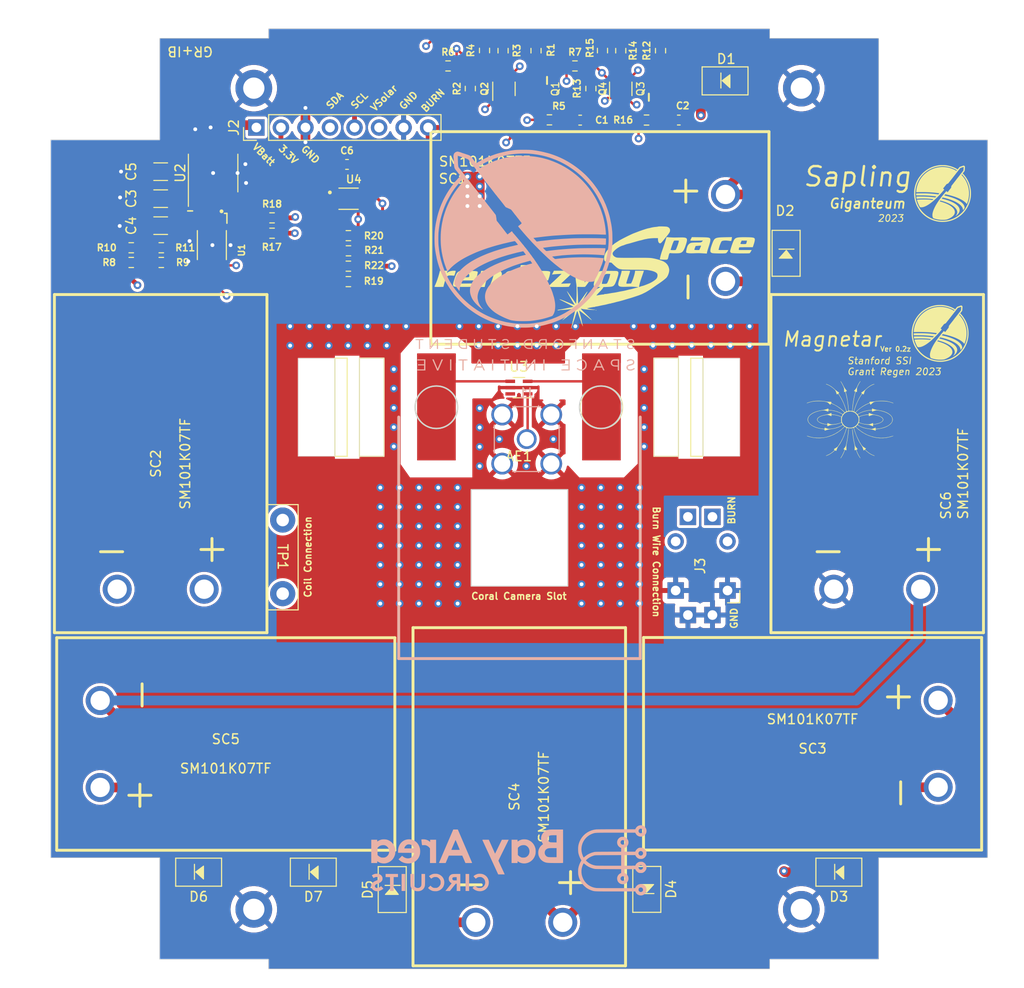
<source format=kicad_pcb>
(kicad_pcb (version 20221018) (generator pcbnew)
  (layers (0 "F.Cu" signal) (1 "In1.Cu" signal) (2 "In2.Cu" signal) (3 "In3.Cu" signal) (4 "In4.Cu" signal) (31 "B.Cu" signal) (34 "B.Paste" user) (35 "F.Paste" user) (36 "B.SilkS" user "B.Silkscreen") (37 "F.SilkS" user "F.Silkscreen") (38 "B.Mask" user) (39 "F.Mask" user) (44 "Edge.Cuts" user))
  (net 0 "")
  (net 1 "Net-(AE1-Pad1)")
  (net 2 "Net-(AE1-Pad2)")
  (net 3 "Net-(Q1B-G1)")
  (net 4 "GND")
  (net 5 "Net-(Q3A-G2)")
  (net 6 "Net-(U1-VCC)")
  (net 7 "VBATT")
  (net 8 "+3V3")
  (net 9 "VSOLAR")
  (net 10 "Net-(D1-A)")
  (net 11 "Net-(D2-A)")
  (net 12 "Net-(D3-A)")
  (net 13 "Net-(D4-A)")
  (net 14 "Net-(D5-A)")
  (net 15 "Net-(D6-A)")
  (net 16 "Net-(J1-In)")
  (net 17 "SDA")
  (net 18 "SCL")
  (net 19 "Net-(Q1A-G2)")
  (net 20 "Net-(Q1A-D1)")
  (net 21 "Net-(Q2A-B1)")
  (net 22 "SCL_ISO")
  (net 23 "Net-(Q3B-D2)")
  (net 24 "Net-(Q3A-D1)")
  (net 25 "Net-(Q4A-B1)")
  (net 26 "SDA_ISO")
  (net 27 "Net-(U1-A1)")
  (net 28 "Net-(U1-A0)")
  (net 29 "Net-(U1-OUT2)")
  (net 30 "Coil_IN")
  (net 31 "Net-(U1-OUT1)")
  (net 32 "Coil_OUT")
  (net 33 "Net-(U4-ADDR)")
  (net 37 "BURN")
  (footprint "panels:SM101K07TF" (layer "F.Cu") (at 145.542 84.83 -90)
    (fp_text reference "SC2")
    (fp_text value "SM101K07TF")
  )
  (footprint "MountingHole:MountingHole_2.2mm_M2_DIN965_Pad_TopBottom" (layer "F.Cu") (at 155.182 45.9656)
    (fp_text reference "H2" hide)
    (fp_text value "~")
  )
  (footprint "panels:DO-214AC" (layer "F.Cu") (at 210.28 63.06 -90)
    (fp_text reference "D2")
    (fp_text value "CDBA240LL" hide)
  )
  (footprint "Resistor_SMD:R_0603_1608Metric" (layer "F.Cu") (at 185.783 49.246 180)
    (fp_text reference "R5")
    (fp_text value "200K")
  )
  (footprint "panels:DO-214AC" (layer "F.Cu") (at 161.34 127.12)
    (fp_text reference "D7")
    (fp_text value "CDBA240LL")
  )
  (footprint "Resistor_SMD:R_0603_1608Metric" (layer "F.Cu") (at 142.494 64.008)
    (fp_text reference "R8")
    (fp_text value "0")
  )
  (footprint "Resistor_SMD:R_0603_1608Metric" (layer "F.Cu") (at 164.97 64.39 180)
    (fp_text reference "R22")
    (fp_text value "0")
  )
  (footprint "Resistor_SMD:R_0603_1608Metric" (layer "F.Cu") (at 184.393 42.086 90)
    (fp_text reference "R1")
    (fp_text value "100K")
  )
  (footprint "panels:DRV8830DGQ" (layer "F.Cu") (at 150.94 62.1625 -90)
    (fp_text reference "U1")
    (fp_text value "DRV8830DGQ" hide)
  )
  (footprint "Resistor_SMD:R_0603_1608Metric" (layer "F.Cu") (at 193.163 42.086 -90)
    (fp_text reference "R14")
    (fp_text value "10K")
  )
  (footprint "Resistor_SMD:R_0603_1608Metric" (layer "F.Cu") (at 175.288 43.666)
    (fp_text reference "R6")
    (fp_text value "0")
  )
  (footprint "Resistor_SMD:R_0603_1608Metric" (layer "F.Cu") (at 157.07 60.98)
    (fp_text reference "R17")
    (fp_text value "0")
  )
  (footprint "Resistor_SMD:R_0603_1608Metric" (layer "F.Cu") (at 164.98 62.8 180)
    (fp_text reference "R21")
    (fp_text value "0")
  )
  (footprint "panels:SLAB_logo" (layer "F.Cu") (at 190.246 64.262)
    (fp_text reference "REF**" hide)
    (fp_text value "SLAB_logo" hide)
  )
  (footprint "panels:Burn_Wire_Connection" (layer "F.Cu") (at 206.466 101.773 180)
    (fp_text reference "J3")
    (fp_text value "Conn_01x02")
  )
  (footprint "panels:SM101K07TF" (layer "F.Cu") (at 182.66 119.31 -90)
    (fp_text reference "SC4")
    (fp_text value "SM101K07TF")
  )
  (footprint "Resistor_SMD:R_0603_1608Metric" (layer "F.Cu") (at 190.073 46.006 90)
    (fp_text reference "R13")
    (fp_text value "680")
  )
  (footprint "panels:logo_SSI_small" (layer "F.Cu") (at 226.314 57.15)
    (fp_text reference "REF**" hide)
    (fp_text value "logo_SSI_small" hide)
  )
  (footprint "Capacitor_SMD:C_1206_3216Metric" (layer "F.Cu") (at 145.542 60.198)
    (fp_text reference "C4")
    (fp_text value "10uF")
  )
  (footprint "Resistor_SMD:R_0603_1608Metric" (layer "F.Cu") (at 145.605 64.008)
    (fp_text reference "R9")
    (fp_text value "0")
  )
  (footprint "Resistor_SMD:R_0603_1608Metric" (layer "F.Cu") (at 164.97 65.99 180)
    (fp_text reference "R19")
    (fp_text value "0")
  )
  (footprint "panels:BSS138DWQ-7" (layer "F.Cu") (at 197.273 46.036 90)
    (fp_text reference "Q3")
    (fp_text value "BSS138DWQ-7" hide)
  )
  (footprint "panels:TestPointConnection" (layer "F.Cu") (at 157.67 94.49 -90)
    (fp_text reference "TP1")
    (fp_text value "Start/End Connection" hide)
  )
  (footprint "Resistor_SMD:R_0603_1608Metric" (layer "F.Cu") (at 188.423 43.666)
    (fp_text reference "R7")
    (fp_text value "0")
  )
  (footprint "Capacitor_SMD:C_1206_3216Metric" (layer "F.Cu") (at 145.542 54.61)
    (fp_text reference "C5")
    (fp_text value "10uF")
  )
  (footprint "panels:logo_SSI_small" (layer "F.Cu") (at 226.06 71.628)
    (fp_text reference "REF**" hide)
    (fp_text value "logo_SSI_small" hide)
  )
  (footprint "Resistor_SMD:R_0603_1608Metric" (layer "F.Cu") (at 142.494 62.484)
    (fp_text reference "R10")
    (fp_text value "0")
  )
  (footprint "MountingHole:MountingHole_2.2mm_M2_DIN965_Pad_TopBottom" (layer "F.Cu") (at 211.856 45.9656)
    (fp_text reference "H3")
    (fp_text value "~")
  )
  (footprint "panels:DO-214AC" (layer "F.Cu") (at 203.962 45.212)
    (fp_text reference "D1")
    (fp_text value "CDBA240LL" hide)
  )
  (footprint "panels:SM101K07TF" (layer "F.Cu") (at 191.008 61.468)
    (fp_text reference "SC1")
    (fp_text value "SM101K07TF")
  )
  (footprint "Resistor_SMD:R_0603_1608Metric" (layer "F.Cu") (at 164.97 61.23 180)
    (fp_text reference "R20")
    (fp_text value "0")
  )
  (footprint "Resistor_SMD:R_0603_1608Metric" (layer "F.Cu") (at 145.605 62.484)
    (fp_text reference "R11")
    (fp_text value "0")
  )
  (footprint "Resistor_SMD:R_0603_1608Metric" (layer "F.Cu") (at 179.063 42.066 90)
    (fp_text reference "R4")
    (fp_text value "10K")
  )
  (footprint "panels:OPT3001" (layer "F.Cu") (at 164.99 57.41)
    (fp_text reference "U4")
    (fp_text value "OPT3001")
  )
  (footprint "Package_TO_SOT_SMD:SOT-363_SC-70-6" (layer "F.Cu") (at 181.073 46.036 90)
    (fp_text reference "Q2")
    (fp_text value "MBT2222ADW1T1")
  )
  (footprint "Capacitor_SMD:C_0603_1608Metric" (layer "F.Cu") (at 188.963 49.276)
    (fp_text reference "C1")
    (fp_text value "10nF")
  )
  (footprint "panels:BSS138DWQ-7" (layer "F.Cu") (at 184.333 46.036 -90)
    (fp_text reference "Q1")
    (fp_text value "BSS138DWQ-7" hide)
  )
  (footprint "panels:UHF_Dipole_Antenna_Mount" (layer "F.Cu") (at 182.626 80.264 180)
    (fp_text reference "AE1")
    (fp_text value "UHF_Dipole_Antenna")
  )
  (footprint "Capacitor_SMD:C_1206_3216Metric" (layer "F.Cu") (at 145.542 57.404)
    (fp_text reference "C3")
    (fp_text value "10uF")
  )
  (footprint "panels:SM101K07TF" (layer "F.Cu") (at 213.02 113.83)
    (fp_text reference "SC3")
    (fp_text value "SM101K07TF")
  )
  (footprint "panels:SM101K07TF" (layer "F.Cu") (at 219.71 84.83 -90)
    (fp_text reference "SC6")
    (fp_text value "SM101K07TF")
  )
  (footprint "MountingHole:MountingHole_2.2mm_M2_DIN965_Pad_TopBottom" (layer "F.Cu") (at 211.856 130.9656)
    (fp_text reference "H4")
    (fp_text value "~")
  )
  (footprint "Resistor_SMD:R_0603_1608Metric" (layer "F.Cu") (at 177.593 46.006 -90)
    (fp_text reference "R2")
    (fp_text value "680")
  )
  (footprint "panels:SM101K07TF" (layer "F.Cu") (at 152.28 113.85 180)
    (fp_text reference "SC5")
    (fp_text value "SM101K07TF")
  )
  (footprint "panels:DO-214AC" (layer "F.Cu") (at 149.47 127.12)
    (fp_text reference "D6")
    (fp_text value "CDBA240LL")
  )
  (footprint "Package_SO:HTSOP-8-1EP_3.9x4.9mm_P1.27mm_EP2.4x3.2mm" (layer "F.Cu") (at 150.97 54.75 90)
    (fp_text reference "U2")
    (fp_text value "BD50GC0WEFJ")
  )
  (footprint "panels:DO-214AC" (layer "F.Cu") (at 215.74 127.12)
    (fp_text reference "D3")
    (fp_text value "CDBA240LL")
  )
  (footprint "Resistor_SMD:R_0603_1608Metric" (layer "F.Cu") (at 191.273 42.076 90)
    (fp_text reference "R15")
    (fp_text value "10K")
  )
  (footprint "panels:logo_magnet_1" (layer "F.Cu") (at 216.916 80.264)
    (fp_text reference "REF**" hide)
    (fp_text value "logo_magnet_1" hide)
  )
  (footprint "Capacitor_SMD:C_0603_1608Metric" (layer "F.Cu") (at 199.173 49.266)
    (fp_text reference "C2")
    (fp_text value "10nF")
  )
  (footprint "Resistor_SMD:R_0603_1608Metric" (layer "F.Cu") (at 157.07 59.39)
    (fp_text reference "R18")
    (fp_text value "0")
  )
  (footprint "Resistor_SMD:R_0603_1608Metric" (layer "F.Cu") (at 195.833 49.266 180)
    (fp_text reference "R16")
    (fp_text value "200K")
  )
  (footprint "MountingHole:MountingHole_2.2mm_M2_DIN965_Pad_TopBottom" (layer "F.Cu") (at 155.182 130.9656)
    (fp_text reference "H1")
    (fp_text value "~")
  )
  (footprint "Resistor_SMD:R_0603_1608Metric" (layer "F.Cu") (at 197.283 42.086 90)
    (fp_text reference "R12")
    (fp_text value "100K")
  )
  (footprint "RF_Converter:Balun_Johanson_5400BL15B050E" (layer "F.Cu") (at 182.626 76.962 180)
    (fp_text reference "U3")
    (fp_text value "HHM1589D1")
  )
  (footprint "panels:DO-214AC" (layer "F.Cu") (at 169.51 128.92 -90)
    (fp_text reference "D5")
    (fp_text value "CDBA240LL")
  )
  (footprint "Connector_PinHeader_2.54mm:PinHeader_1x08_P2.54mm_Vertical" (layer "F.Cu") (at 155.448 50.038 90)
    (fp_text reference "J2")
    (fp_text value "Screw_Terminal_01x08")
  )
  (footprint "Package_TO_SOT_SMD:SOT-363_SC-70-6" (layer "F.Cu") (at 193.163 46.036 90)
    (fp_text reference "Q4")
    (fp_text value "MBT2222ADW1T1")
  )
  (footprint "panels:DO-214AC" (layer "F.Cu") (at 195.86 128.9 90)
    (fp_text reference "D4")
    (fp_text value "CDBA240LL")
  )
  (footprint "Capacitor_SMD:C_0603_1608Metric" (layer "F.Cu") (at 164.83 53.86)
    (fp_text reference "C6")
    (fp_text value "0.1uF")
  )
  (footprint "Resistor_SMD:R_0603_1608Metric" (layer "F.Cu") (at 180.983 42.086 -90)
    (fp_text reference "R3")
    (fp_text value "10K")
  )
  (footprint "panels:BAC_logo" (layer "B.Cu") (at 181.356 125.476 180)
    (fp_text reference "REF**" hide)
    (fp_text value "BAC_logo" hide)
  )
  (footprint "panels:logo_SSI" (layer "B.Cu") (at 182.88 62.23 180)
    (fp_text reference "REF**" hide)
    (fp_text value "logo_SSI" hide)
  )
  (footprint "panels:SMA_Amphenol_901-144_Vertical" (layer "B.Cu") (at 183.431443 82.290965 180)
    (fp_text reference "J1")
    (fp_text value "SMA Connector Male")
  )
  (gr_line (start 170.18 105.01) (end 170.18 80.01) (stroke (width 0.3)) (layer "B.SilkS"))
  (gr_line (start 195.18 105.01) (end 170.18 105.01) (stroke (width 0.3)) (layer "B.SilkS"))
  (gr_line (start 195.18 105.01) (end 195.18 80.01) (stroke (width 0.3)) (layer "B.SilkS"))
  (gr_line (start 148.59 58.674) (end 148.844 58.674) (stroke (width 0.15)) (layer "F.SilkS"))
  (gr_line (start 152.4 59.944) (end 152.4 58.928) (stroke (width 0.15)) (layer "F.SilkS"))
  (gr_line (start 148.59 58.674) (end 148.336 58.674) (stroke (width 0.15)) (layer "F.SilkS"))
  (gr_line (start 152.4 58.928) (end 152.146 58.928) (stroke (width 0.15)) (layer "F.SilkS"))
  (gr_line locked (start 219.858 40.8068) (end 208.584 40.8068) (stroke (width 0.05)) (layer "Edge.Cuts"))
  (gr_line locked (start 205.486 84.074) (end 205.486 73.914) (stroke (width 0.05)) (layer "Edge.Cuts"))
  (gr_line locked (start 208.584 39.8068) (end 208.584 40.8068) (stroke (width 0.05)) (layer "Edge.Cuts"))
  (gr_circle locked (center 174.076 78.994) (end 174.076 76.794) (stroke (width 0.15)) (fill none) (layer "Edge.Cuts"))
  (gr_line locked (start 208.584 39.8068) (end 156.712 39.8068) (stroke (width 0.05)) (layer "Edge.Cuts"))
  (gr_line locked (start 219.856 136.1356) (end 219.856 125.62) (stroke (width 0.05)) (layer "Edge.Cuts"))
  (gr_line locked (start 201.676 73.914) (end 201.676 84.074) (stroke (width 0.05)) (layer "Edge.Cuts"))
  (gr_line (start 177.68 97.51) (end 187.68 97.51) (stroke (width 0.1)) (layer "Edge.Cuts"))
  (gr_line locked (start 156.712 40.8068) (end 145.438 40.8068) (stroke (width 0.05)) (layer "Edge.Cuts"))
  (gr_line locked (start 145.438 51.3224) (end 134.164 51.3224) (stroke (width 0.05)) (layer "Edge.Cuts"))
  (gr_line locked (start 201.676 84.074) (end 205.486 84.074) (stroke (width 0.05)) (layer "Edge.Cuts"))
  (gr_line locked (start 166.116 84.068965) (end 168.656 84.068965) (stroke (width 0.05)) (layer "Edge.Cuts"))
  (gr_line locked (start 219.858 51.3224) (end 219.858 40.8068) (stroke (width 0.05)) (layer "Edge.Cuts"))
  (gr_line locked (start 196.596 84.068965) (end 196.596 73.908965) (stroke (width 0.05)) (layer "Edge.Cuts"))
  (gr_line locked (start 199.136 84.068965) (end 196.596 84.068965) (stroke (width 0.05)) (layer "Edge.Cuts"))
  (gr_line locked (start 163.576 73.914) (end 159.766 73.914) (stroke (width 0.05)) (layer "Edge.Cuts"))
  (gr_line locked (start 159.766 84.074) (end 163.576 84.074) (stroke (width 0.05)) (layer "Edge.Cuts"))
  (gr_line (start 187.68 97.51) (end 187.68 87.51) (stroke (width 0.1)) (layer "Edge.Cuts"))
  (gr_line locked (start 205.486 73.914) (end 201.676 73.914) (stroke (width 0.05)) (layer "Edge.Cuts"))
  (gr_line locked (start 231.13 125.62) (end 219.856 125.62) (stroke (width 0.05)) (layer "Edge.Cuts"))
  (gr_line locked (start 145.436 125.62) (end 134.162 125.62) (stroke (width 0.05)) (layer "Edge.Cuts"))
  (gr_line locked (start 168.656 73.908965) (end 166.116 73.908965) (stroke (width 0.05)) (layer "Edge.Cuts"))
  (gr_line locked (start 145.438 51.3224) (end 145.438 40.8068) (stroke (width 0.05)) (layer "Edge.Cuts"))
  (gr_line locked (start 159.766 73.914) (end 159.766 84.074) (stroke (width 0.05)) (layer "Edge.Cuts"))
  (gr_line locked (start 156.71 137.1356) (end 156.71 136.1356) (stroke (width 0.05)) (layer "Edge.Cuts"))
  (gr_line locked (start 134.164 51.3224) (end 134.162 125.62) (stroke (width 0.05)) (layer "Edge.Cuts"))
  (gr_line locked (start 156.71 136.1356) (end 145.436 136.1356) (stroke (width 0.05)) (layer "Edge.Cuts"))
  (gr_line locked (start 219.856 136.1356) (end 208.582 136.1356) (stroke (width 0.05)) (layer "Edge.Cuts"))
  (gr_line locked (start 208.582 137.1356) (end 156.71 137.1356) (stroke (width 0.05)) (layer "Edge.Cuts"))
  (gr_line locked (start 231.13 125.62) (end 231.132 51.3224) (stroke (width 0.05)) (layer "Edge.Cuts"))
  (gr_line locked (start 196.596 73.908965) (end 199.136 73.908965) (stroke (width 0.05)) (layer "Edge.Cuts"))
  (gr_line locked (start 231.132 51.3224) (end 219.858 51.3224) (stroke (width 0.05)) (layer "Edge.Cuts"))
  (gr_line locked (start 156.712 40.8068) (end 156.712 39.8068) (stroke (width 0.05)) (layer "Edge.Cuts"))
  (gr_line (start 177.68 87.51) (end 187.68 87.51) (stroke (width 0.1)) (layer "Edge.Cuts"))
  (gr_line locked (start 166.116 73.908965) (end 166.116 84.068965) (stroke (width 0.05)) (layer "Edge.Cuts"))
  (gr_circle locked (center 191.094 78.994) (end 191.094 76.794) (stroke (width 0.15)) (fill none) (layer "Edge.Cuts"))
  (gr_line locked (start 163.576 84.074) (end 163.576 73.914) (stroke (width 0.05)) (layer "Edge.Cuts"))
  (gr_line (start 177.68 97.51) (end 177.68 87.51) (stroke (width 0.1)) (layer "Edge.Cuts"))
  (gr_line locked (start 199.136 73.908965) (end 199.136 84.068965) (stroke (width 0.05)) (layer "Edge.Cuts"))
  (gr_line locked (start 208.582 136.1356) (end 208.582 137.1356) (stroke (width 0.05)) (layer "Edge.Cuts"))
  (gr_line locked (start 168.656 84.068965) (end 168.656 73.908965) (stroke (width 0.05)) (layer "Edge.Cuts"))
  (gr_line locked (start 145.436 136.1356) (end 145.436 125.62) (stroke (width 0.05)) (layer "Edge.Cuts"))
  (gr_text "SDA" (at 163.576 47.244 45) (layer "F.SilkS") (effects (font (size 0.7 0.7))))
  (gr_text "3.3V\n" (at 158.75 52.832 -45) (layer "F.SilkS") (effects (font (size 0.7 0.7))))
  (gr_text "Coil Connection" (at 160.782 94.488 90) (layer "F.SilkS") (effects (font (size 0.7 0.7))))
  (gr_text "GND" (at 161.036 52.832 -45) (layer "F.SilkS") (effects (font (size 0.7 0.7))))
  (gr_text "Stanford SSI \nGrant Regen 2023" (at 216.56 74.748) (layer "F.SilkS") (effects (font (size 0.7 0.7) (thickness 0.1) italic) (justify left)))
  (gr_text "Magnetar" (at 215.04 71.948) (layer "F.SilkS") (effects (font (size 1.5 1.5) (thickness 0.2) italic)))
  (gr_text "BURN" (at 173.736 47.244 45) (layer "F.SilkS") (effects (font (size 0.7 0.7))))
  (gr_text "2023" (at 219.71 59.436) (layer "F.SilkS") (effects (font (size 0.7 0.7) (thickness 0.1) italic) (justify left)))
  (gr_text "GND\n" (at 171.196 47.244 45) (layer "F.SilkS") (effects (font (size 0.7 0.7))))
  (gr_text "SCL" (at 166.116 47.244 45) (layer "F.SilkS") (effects (font (size 0.7 0.7))))
  (gr_text "Burn Wire Connection\n" (at 196.85 94.996 270) (layer "F.SilkS") (effects (font (size 0.7 0.7))))
  (gr_text "VSolar" (at 168.656 46.99 45) (layer "F.SilkS") (effects (font (size 0.7 0.7))))
  (gr_text "Sapling" (at 217.678 55.118) (layer "F.SilkS") (effects (font (size 2 2) (thickness 0.25) italic)))
  (gr_text "GR+IB" (at 148.59 42.164 -180) (layer "F.SilkS") (effects (font (size 1 1))))
  (gr_text "VBatt" (at 156.21 52.832 -45) (layer "F.SilkS") (effects (font (size 0.7 0.7))))
  (gr_text "Coral Camera Slot" (at 182.626 98.552) (layer "F.SilkS") (effects (font (size 0.7 0.7))))
  (gr_text "Giganteum" (at 218.694 57.912) (layer "F.SilkS") (effects (font (size 1 1) (thickness 0.18) italic)))
  (gr_text "Ver 0.2z" (at 221.61 72.968) (layer "F.SilkS") (effects (font (size 0.5 0.5) (thickness 0.1))))
  (segment (start 183.526 76.312) (end 189.160408 76.312) (width 0.25) (layer "F.Cu") (net 1))
  (segment (start 181.726 76.312) (end 176.092478 76.312) (width 0.25) (layer "F.Cu") (net 2))
  (segment (start 184.333 47.686) (end 184.783 48.136) (width 0.25) (layer "F.Cu") (net 3))
  (segment (start 184.333 46.986) (end 184.333 47.686) (width 0.25) (layer "F.Cu") (net 3))
  (segment (start 186.433 48.136) (end 186.608 48.311) (width 0.25) (layer "F.Cu") (net 3))
  (segment (start 186.608 48.311) (end 186.608 49.246) (width 0.25) (layer "F.Cu") (net 3))
  (segment (start 186.593 49.231) (end 186.608 49.246) (width 0.25) (layer "F.Cu") (net 3))
  (segment (start 188.158 49.246) (end 188.188 49.276) (width 0.306) (layer "F.Cu") (net 3))
  (segment (start 184.783 48.136) (end 186.433 48.136) (width 0.25) (layer "F.Cu") (net 3))
  (segment (start 186.608 49.246) (end 188.158 49.246) (width 0.306) (layer "F.Cu") (net 3))
  (segment (start 149.84 60.1125) (end 149.84 61.2125) (width 0.25) (layer "F.Cu") (net 4))
  (segment (start 160.528 49.7956) (end 160.528 51.562) (width 1) (layer "F.Cu") (net 4))
  (segment (start 149.84 61.2125) (end 150.84 62.2125) (width 0.25) (layer "F.Cu") (net 4))
  (segment (start 150.8975 62.2125) (end 152.7725 62.2125) (width 1) (layer "F.Cu") (net 4))
  (segment (start 151.34 61.7125) (end 150.84 62.2125) (width 0.25) (layer "F.Cu") (net 4))
  (segment (start 150.84 62.2125) (end 150.8975 62.2125) (width 1) (layer "F.Cu") (net 4))
  (segment (start 160.528 49.7956) (end 160.528 48.01) (width 1) (layer "F.Cu") (net 4))
  (segment (start 150.97 54.75) (end 153.5 54.75) (width 1) (layer "F.Cu") (net 4))
  (segment (start 151.34 60.1125) (end 151.34 61.7125) (width 0.25) (layer "F.Cu") (net 4))
  (via (at 182.468 72.612) (size 0.8) (drill 0.4) (layers "F.Cu" "B.Cu") (net 4))
  (via (at 150.8975 62.2125) (size 0.8) (drill 0.4) (layers "F.Cu" "B.Cu") (net 4))
  (via (at 176.276 93.314) (size 0.8) (drill 0.4) (layers "F.Cu" "B.Cu") (net 4))
  (via (at 170.942 70.612) (size 0.8) (drill 0.4) (layers "F.Cu" "B.Cu") (net 4))
  (via (at 204.502 70.612) (size 0.8) (drill 0.4) (layers "F.Cu" "B.Cu") (net 4))
  (via (at 168.276 91.314) (size 0.8) (drill 0.4) (layers "F.Cu" "B.Cu") (net 4))
  (via (at 200.502 70.612) (size 0.8) (drill 0.4) (layers "F.Cu" "B.Cu") (net 4))
  (via (at 194.502 70.612) (size 0.8) (drill 0.4) (layers "F.Cu" "B.Cu") (net 4))
  (via (at 193.104 95.314) (size 0.8) (drill 0.4) (layers "F.Cu" "B.Cu") (net 4))
  (via (at 172.276 93.314) (size 0.8) (drill 0.4) (layers "F.Cu" "B.Cu") (net 4))
  (via (at 168.276 97.314) (size 0.8) (drill 0.4) (layers "F.Cu" "B.Cu") (net 4))
  (via (at 172.276 91.314) (size 0.8) (drill 0.4) (layers "F.Cu" "B.Cu") (net 4))
  (via (at 141.3 60.23) (size 0.8) (drill 0.4) (layers "F.Cu" "B.Cu") (net 4))
  (via (at 176.468 70.612) (size 0.8) (drill 0.4) (layers "F.Cu" "B.Cu") (net 4))
  (via (at 195.58 79.058) (size 0.8) (drill 0.4) (layers "F.Cu" "B.Cu") (net 4))
  (via (at 204.502 72.612) (size 0.8) (drill 0.4) (layers "F.Cu" "B.Cu") (net 4))
  (via (at 189.104 91.314) (size 0.8) (drill 0.4) (layers "F.Cu" "B.Cu") (net 4))
  (via (at 206.502 72.612) (size 0.8) (drill 0.4) (layers "F.Cu" "B.Cu") (net 4))
  (via (at 168.942 70.612) (size 0.8) (drill 0.4) (layers "F.Cu" "B.Cu") (net 4))
  (via (at 164.942 72.612) (size 0.8) (drill 0.4) (layers "F.Cu" "B.Cu") (net 4))
  (via (at 170.276 87.314) (size 0.8) (drill 0.4) (layers "F.Cu" "B.Cu") (net 4))
  (via (at 162.942 72.612) (size 0.8) (drill 0.4) (layers "F.Cu" "B.Cu") (net 4))
  (via (at 169.672 81.058) (size 0.8) (drill 0.4) (layers "F.Cu" "B.Cu") (net 4))
  (via (at 191.104 99.314) (size 0.8) (drill 0.4) (layers "F.Cu" "B.Cu") (net 4))
  (via (at 186.468 70.612) (size 0.8) (drill 0.4) (layers "F.Cu" "B.Cu") (net 4))
  (via (at 158.942 70.612) (size 0.8) (drill 0.4) (layers "F.Cu" "B.Cu") (net 4))
  (via (at 202.502 72.612) (size 0.8) (drill 0.4) (layers "F.Cu" "B.Cu") (net 4))
  (via (at 193.104 93.314) (size 0.8) (drill 0.4) (layers "F.Cu" "B.Cu") (net 4))
  (via (at 168.276 95.314) (size 0.8) (drill 0.4) (layers "F.Cu" "B.Cu") (net 4))
  (via (at 141.34 57.28) (size 0.8) (drill 0.4) (layers "F.Cu" "B.Cu") (net 4))
  (via (at 176.276 99.314) (size 0.8) (drill 0.4) (layers "F.Cu" "B.Cu") (net 4))
  (via (at 170.276 95.314) (size 0.8) (drill 0.4) (layers "F.Cu" "B.Cu") (net 4))
  (via (at 198.502 72.612) (size 0.8) (drill 0.4) (layers "F.Cu" "B.Cu") (net 4))
  (via (at 193.104 89.314) (size 0.8) (drill 0.4) (layers "F.Cu" "B.Cu") (net 4))
  (via (at 191.104 97.314) (size 0.8) (drill 0.4) (layers "F.Cu" "B.Cu") (net 4))
  (via (at 172.276 97.314) (size 0.8) (drill 0.4) (layers "F.Cu" "B.Cu") (net 4))
  (via (at 141.44 54.6) (size 0.8) (drill 0.4) (layers "F.Cu" "B.Cu") (net 4))
  (via (at 168.276 87.314) (size 0.8) (drill 0.4) (layers "F.Cu" "B.Cu") (net 4))
  (via (at 174.276 87.314) (size 0.8) (drill 0.4) (layers "F.Cu" "B.Cu") (net 4))
  (via (at 168.276 93.314) (size 0.8) (drill 0.4) (layers "F.Cu" "B.Cu") (net 4))
  (via (at 195.072 87.303622) (size 0.8) (drill 0.4) (layers "F.Cu" "B.Cu") (net 4))
  (via (at 191.104 89.314) (size 0.8) (drill 0.4) (layers "F.Cu" "B.Cu") (net 4))
  (via (at 172.276 87.314) (size 0.8) (drill 0.4) (layers "F.Cu" "B.Cu") (net 4))
  (via (at 168.276 99.314) (size 0.8) (drill 0.4) (layers "F.Cu" "B.Cu") (net 4))
  (via (at 196.502 70.612) (size 0.8) (drill 0.4) (layers "F.Cu" "B.Cu") (net 4))
  (via (at 195.072 91.303622) (size 0.8) (drill 0.4) (layers "F.Cu" "B.Cu") (net 4))
  (via (at 195.58 83.058) (size 0.8) (drill 0.4) (layers "F.Cu" "B.Cu") (net 4))
  (via (at 174.276 97.314) (size 0.8) (drill 0.4) (layers "F.Cu" "B.Cu") (net 4))
  (via (at 176.276 87.314) (size 0.8) (drill 0.4) (layers "F.Cu" "B.Cu") (net 4))
  (via (at 169.672 77.058) (size 0.8) (drill 0.4) (layers "F.Cu" "B.Cu") (net 4))
  (via (at 180.468 72.612) (size 0.8) (drill 0.4) (layers "F.Cu" "B.Cu") (net 4))
  (via (at 160.528 51.562) (size 0.8) (drill 0.4) (layers "F.Cu" "B.Cu") (net 4))
  (via (at 164.942 70.612) (size 0.8) (drill 0.4) (layers "F.Cu" "B.Cu") (net 4))
  (via (at 193.104 91.314) (size 0.8) (drill 0.4) (layers "F.Cu" "B.Cu") (net 4))
  (via (at 183.388 85.09) (size 0.8) (drill 0.4) (layers "F.Cu" "B.Cu") (net 4))
  (via (at 189.104 93.314) (size 0.8) (drill 0.4) (layers "F.Cu" "B.Cu") (net 4))
  (via (at 202.502 70.612) (size 0.8) (drill 0.4) (layers "F.Cu" "B.Cu") (net 4))
  (via (at 198.502 70.612) (size 0.8) (drill 0.4) (layers "F.Cu" "B.Cu") (net 4))
  (via (at 191.104 91.314) (size 0.8) (drill 0.4) (layers "F.Cu" "B.Cu") (net 4))
  (via (at 169.672 83.058) (size 0.8) (drill 0.4) (layers "F.Cu" "B.Cu") (net 4))
  (via (at 178.562 81.09) (size 0.8) (drill 0.4) (layers "F.Cu" "B.Cu") (net 4))
  (via (at 168.942 72.612) (size 0.8) (drill 0.4) (layers "F.Cu" "B.Cu") (net 4))
  (via (at 195.072 89.303622) (size 0.8) (drill 0.4) (layers "F.Cu" "B.Cu") (net 4))
  (via (at 195.072 93.303622) (size 0.8) (drill 0.4) (layers "F.Cu" "B.Cu") (net 4))
  (via (at 191.104 87.314) (size 0.8) (drill 0.4) (layers "F.Cu" "B.Cu") (net 4))
  (via (at 176.276 97.314) (size 0.8) (drill 0.4) (layers "F.Cu" "B.Cu") (net 4))
  (via (at 170.276 89.314) (size 0.8) (drill 0.4) (layers "F.Cu" "B.Cu") (net 4))
  (via (at 178.468 72.612) (size 0.8) (drill 0.4) (layers "F.Cu" "B.Cu") (net 4))
  (via (at 200.502 72.612) (size 0.8) (drill 0.4) (layers "F.Cu" "B.Cu") (net 4))
  (via (at 168.276 89.314) (size 0.8) (drill 0.4) (layers "F.Cu" "B.Cu") (net 4))
  (via (at 166.942 72.612) (size 0.8) (drill 0.4) (layers "F.Cu" "B.Cu") (net 4))
  (via (at 148.53 61.79) (size 0.8) (drill 0.4) (layers "F.Cu" "B.Cu") (net 4))
  (via (at 193.104 87.314) (size 0.8) (drill 0.4) (layers "F.Cu" "B.Cu") (net 4))
  (via (at 184.468 72.612) (size 0.8) (drill 0.4) (layers "F.Cu" "B.Cu") (net 4))
  (via (at 193.104 99.314) (size 0.8) (drill 0.4) (layers "F.Cu" "B.Cu") (net 4))
  (via (at 186.468 72.612) (size 0.8) (drill 0.4) (layers "F.Cu" "B.Cu") (net 4))
  (via (at 154.31 53.83) (size 0.8) (drill 0.4) (layers "F.Cu" "B.Cu") (net 4))
  (via (at 160.942 70.612) (size 0.8) (drill 0.4) (layers "F.Cu" "B.Cu") (net 4))
  (via (at 189.104 89.314) (size 0.8) (drill 0.4) (layers "F.Cu" "B.Cu") (net 4))
  (via (at 176.276 91.314) (size 0.8) (drill 0.4) (layers "F.Cu" "B.Cu") (net 4))
  (via (at 170.276 97.314) (size 0.8) (drill 0.4) (layers "F.Cu" "B.Cu") (net 4))
  (via (at 150.97 54.75) (size 0.8) (drill 0.4) (layers "F.Cu" "B.Cu") (net 4))
  (via (at 195.58 77.058) (size 0.8) (drill 0.4) (layers "F.Cu" "B.Cu") (net 4))
  (via (at 148.4 63.89) (size 0.8) (drill 0.4) (layers "F.Cu" "B.Cu") (net 4))
  (via (at 189.104 99.314) (size 0.8) (drill 0.4) (layers "F.Cu" "B.Cu") (net 4))
  (via (at 182.468 70.612) (size 0.8) (drill 0.4) (layers "F.Cu" "B.Cu") (net 4))
  (via (at 196.502 72.612) (size 0.8) (drill 0.4) (layers "F.Cu" "B.Cu") (net 4))
  (via (at 170.276 93.314) (size 0.8) (drill 0.4) (layers "F.Cu" "B.Cu") (net 4))
  (via (at 174.276 99.314) (size 0.8) (drill 0.4) (layers "F.Cu" "B.Cu") (net 4))
  (via (at 184.468 70.612) (size 0.8) (drill 0.4) (layers "F.Cu" "B.Cu") (net 4))
  (via (at 195.072 95.303622) (size 0.8) (drill 0.4) (layers "F.Cu" "B.Cu") (net 4))
  (via (at 174.276 95.314) (size 0.8) (drill 0.4) (layers "F.Cu" "B.Cu") (net 4))
  (via (at 169.672 75.058) (size 0.8) (drill 0.4) (layers "F.Cu" "B.Cu") (net 4))
  (via (at 195.58 75.058) (size 0.8) (drill 0.4) (layers "F.Cu" "B.Cu") (net 4))
  (via (at 178.468 70.612) (size 0.8) (drill 0.4) (layers "F.Cu" "B.Cu") (net 4))
  (via (at 186.182 82.296) (size 0.8) (drill 0.4) (layers "F.Cu" "B.Cu") (net 4))
  (via (at 169.672 79.058) (size 0.8) (drill 0.4) (layers "F.Cu" "B.Cu") (net 4))
  (via (at 195.58 81.058) (size 0.8) (drill 0.4) (layers "F.Cu" "B.Cu") (net 4))
  (via (at 166.942 70.612) (size 0.8) (drill 0.4) (layers "F.Cu" "B.Cu") (net 4))
  (via (at 180.468 70.612) (size 0.8) (drill 0.4) (layers "F.Cu" "B.Cu") (net 4))
  (via (at 174.276 89.314) (size 0.8) (drill 0.4) (layers "F.Cu" "B.Cu") (net 4))
  (via (at 189.104 97.314) (size 0.8) (drill 0.4) (layers "F.Cu" "B.Cu") (net 4))
  (via (at 172.276 89.314) (size 0.8) (drill 0.4) (layers "F.Cu" "B.Cu") (net 4))
  (via (at 206.502 70.612) (size 0.8) (drill 0.4) (layers "F.Cu" "B.Cu") (net 4))
  (via (at 178.562 83.09) (size 0.8) (drill 0.4) (layers "F.Cu" "B.Cu") (net 4))
  (via (at 176.276 95.314) (size 0.8) (drill 0.4) (layers "F.Cu" "B.Cu") (net 4))
  (via (at 149.12 50.22) (size 0.8) (drill 0.4) (layers "F.Cu" "B.Cu") (net 4))
  (via (at 193.104 97.314) (size 0.8) (drill 0.4) (layers "F.Cu" "B.Cu") (net 4))
  (via (at 174.276 93.314) (size 0.8) (drill 0.4) (layers "F.Cu" "B.Cu") (net 4))
  (via (at 191.104 95.314) (size 0.8) (drill 0.4) (layers "F.Cu" "B.Cu") (net 4))
  (via (at 160.528 48.01) (size 0.8) (drill 0.4) (layers "F.Cu" "B.Cu") (net 4))
  (via (at 158.942 72.612) (size 0.8) (drill 0.4) (layers "F.Cu" "B.Cu") (net 4))
  (via (at 195.072 99.303622) (size 0.8) (drill 0.4) (layers "F.Cu" "B.Cu") (net 4))
  (via (at 160.942 72.612) (size 0.8) (drill 0.4) (layers "F.Cu" "B.Cu") (net 4))
  (via (at 189.104 95.314) (size 0.8) (drill 0.4) (layers "F.Cu" "B.Cu") (net 4))
  (via (at 189.104 87.314) (size 0.8) (drill 0.4) (layers "F.Cu" "B.Cu") (net 4))
  (via (at 172.276 99.314) (size 0.8) (drill 0.4) (layers "F.Cu" "B.Cu") (net 4))
  (via (at 153.5 54.75) (size 0.8) (drill 0.4) (layers "F.Cu" "B.Cu") (net 4))
  (via (at 176.276 89.314) (size 0.8) (drill 0.4) (layers "F.Cu" "B.Cu") (net 4))
  (via (at 172.276 95.314) (size 0.8) (drill 0.4) (layers "F.Cu" "B.Cu") (net 4))
  (via (at 170.276 99.314) (size 0.8) (drill 0.4) (layers "F.Cu" "B.Cu") (net 4))
  (via (at 154.38 55.78) (size 0.8) (drill 0.4) (layers "F.Cu" "B.Cu") (net 4))
  (via (at 188.468 70.612) (size 0.8) (drill 0.4) (layers "F.Cu" "B.Cu") (net 4))
  (via (at 191.104 93.314) (size 0.8) (drill 0.4) (layers "F.Cu" "B.Cu") (net 4))
  (via (at 174.276 91.314) (size 0.8) (drill 0.4) (layers "F.Cu" "B.Cu") (net 4))
  (via (at 180.594 82.296) (size 0.8) (drill 0.4) (layers "F.Cu" "B.Cu") (net 4))
  (via (at 178.562 85.09) (size 0.8) (drill 0.4) (layers "F.Cu" "B.Cu") (net 4))
  (via (at 178.562 79.09) (size 0.8) (drill 0.4) (layers "F.Cu" "B.Cu") (net 4))
  (via (at 162.942 70.612) (size 0.8) (drill 0.4) (layers "F.Cu" "B.Cu") (net 4))
  (via (at 195.072 97.303622) (size 0.8) (drill 0.4) (layers "F.Cu" "B.Cu") (net 4))
  (via (at 152.7725 62.2125) (size 0.8) (drill 0.4) (layers "F.Cu" "B.Cu") (net 4))
  (via (at 170.276 91.314) (size 0.8) (drill 0.4) (layers "F.Cu" "B.Cu") (net 4))
  (via (at 150.71 50.03) (size 0.8) (drill 0.4) (layers "F.Cu" "B.Cu") (net 4))
  (segment (start 196.658 49.266) (end 198.398 49.266) (width 0.306) (layer "F.Cu") (net 5))
  (segment (start 197.273 48.651) (end 196.658 49.266) (width 0.25) (layer "F.Cu") (net 5))
  (segment (start 197.273 46.986) (end 197.273 48.651) (width 0.25) (layer "F.Cu") (net 5))
  (segment (start 150.34 60.1125) (end 150.34 57.405) (width 0.25) (layer "F.Cu") (net 6))
  (segment (start 147.017 57.404) (end 149.061 57.404) (width 1) (layer "F.Cu") (net 6))
  (segment (start 149.061 57.404) (end 149.065 57.4) (width 1) (layer "F.Cu") (net 6))
  (segment (start 147.017 57.404) (end 147.017 60.198) (width 1) (layer "F.Cu") (net 6))
  (segment (start 149.065 57.4) (end 150.335 57.4) (width 1) (layer "F.Cu") (net 6))
  (segment (start 150.34 57.405) (end 150.335 57.4) (width 0.25) (layer "F.Cu") (net 6))
  (segment (start 152.875 49.415) (end 153.2556 49.7956) (width 1) (layer "F.Cu") (net 7))
  (segment (start 147.017 52.763) (end 147.68 52.1) (width 1) (layer "F.Cu") (net 7))
  (segment (start 147.017 53.313) (end 147.017 52.763) (width 1) (layer "F.Cu") (net 7))
  (segment (start 152.05 48.59) (end 148.57 48.59) (width 1) (layer "F.Cu") (net 7))
  (segment (start 152.875 49.415) (end 152.05 48.59) (width 1) (layer "F.Cu") (net 7))
  (segment (start 152.875 52.1) (end 152.875 49.415) (width 1) (layer "F.Cu") (net 7))
  (segment (start 141.669 64.008) (end 141.669 64.889) (width 0.5) (layer "F.Cu") (net 7))
  (segment (start 148.57 48.59) (end 147.017 50.143) (width 1) (layer "F.Cu") (net 7))
  (segment (start 147.017 54.61) (end 147.017 53.313) (width 1) (layer "F.Cu") (net 7))
  (segment (start 147.68 52.1) (end 149.065 52.1) (width 1) (layer "F.Cu") (net 7))
  (segment (start 141.669 62.484) (end 141.669 64.008) (width 0.5) (layer "F.Cu") (net 7))
  (segment (start 147.017 50.143) (end 147.017 53.313) (width 1) (layer "F.Cu") (net 7))
  (segment (start 141.669 64.889) (end 143.14 66.36) (width 0.5) (layer "F.Cu") (net 7))
  (segment (start 153.2556 49.7956) (end 155.448 49.7956) (width 1) (layer "F.Cu") (net 7))
  (via (at 143.14 66.36) (size 0.8) (drill 0.4) (layers "F.Cu" "B.Cu") (net 7))
  (segment (start 164.055 56.7) (end 163.995 56.76) (width 0.306) (layer "F.Cu") (net 8))
  (segment (start 178.018 41.241) (end 177.273 40.496) (width 0.306) (layer "F.Cu") (net 8))
  (segment (start 159.27 53.86) (end 157.988 52.578) (width 0.5) (layer "F.Cu") (net 8))
  (segment (start 164.055 53.86) (end 164.055 56.7) (width 0.306) (layer "F.Cu") (net 8))
  (segment (start 193.163 41.261) (end 197.283 41.261) (width 0.306) (layer "F.Cu") (net 8))
  (segment (start 164.055 53.86) (end 159.27 53.86) (width 0.5) (layer "F.Cu") (net 8))
  (segment (start 174.124 40.496) (end 173.01 41.61) (width 0.25) (layer "F.Cu") (net 8))
  (segment (start 173.08 41.54) (end 173.01 41.61) (width 0.306) (layer "F.Cu") (net 8))
  (segment (start 184.393 41.261) (end 191.263 41.261) (width 0.306) (layer "F.Cu") (net 8))
  (segment (start 191.273 41.251) (end 193.153 41.251) (width 0.306) (layer "F.Cu") (net 8))
  (segment (start 157.988 52.578) (end 157.988 49.7956) (width 0.5) (layer "F.Cu") (net 8))
  (segment (start 193.153 41.251) (end 193.163 41.261) (width 0.306) (layer "F.Cu") (net 8))
  (segment (start 177.273 40.496) (end 174.124 40.496) (width 0.25) (layer "F.Cu") (net 8))
  (segment (start 165.795 64.39) (end 169.46 64.39) (width 0.5) (layer "F.Cu") (net 8))
  (segment (start 180.963 41.241) (end 180.983 41.261) (width 0.306) (layer "F.Cu") (net 8))
  (segment (start 179.063 41.241) (end 180.963 41.241) (width 0.306) (layer "F.Cu") (net 8))
  (segment (start 179.063 41.241) (end 178.018 41.241) (width 0.306) (layer "F.Cu") (net 8))
  (segment (start 191.263 41.261) (end 191.273 41.251) (width 0.306) (layer "F.Cu") (net 8))
  (segment (start 180.983 41.261) (end 184.393 41.261) (width 0.306) (layer "F.Cu") (net 8))
  (via (at 173.01 41.61) (size 0.8) (drill 0.4) (layers "F.Cu" "B.Cu") (net 8))
  (via (at 169.46 64.39) (size 0.8) (drill 0.4) (layers "F.Cu" "B.Cu") (net 8))
  (segment (start 201.4576 45.7164) (end 201.962 45.212) (width 1) (layer "F.Cu") (net 9))
  (segment (start 201.4576 48.7776) (end 201.4576 45.7164) (width 1) (layer "F.Cu") (net 9))
  (via (at 201.4576 48.7776) (size 0.8) (drill 0.4) (layers "F.Cu" "B.Cu") (net 9))
  (segment (start 206.188 56.968) (end 210.28 61.06) (width 1) (layer "F.Cu") (net 10))
  (segment (start 205.962 54.506) (end 205.962 45.212) (width 1) (layer "F.Cu") (net 10))
  (segment (start 203.5 56.968) (end 206.188 56.968) (width 1) (layer "F.Cu") (net 10))
  (segment (start 203.5 56.968) (end 205.962 54.506) (width 1) (layer "F.Cu") (net 10))
  (segment (start 210.178 127.12) (end 210.058 127) (width 1) (layer "F.Cu") (net 11))
  (segment (start 213.74 127.12) (end 210.178 127.12) (width 1) (layer "F.Cu") (net 11))
  (segment (start 203.5 65.968) (end 209.372 65.968) (width 1) (layer "F.Cu") (net 11))
  (segment (start 209.372 65.968) (end 210.28 65.06) (width 1) (layer "F.Cu") (net 11))
  (via (at 210.058 127) (size 0.8) (drill 0.4) (layers "F.Cu" "B.Cu") (net 11))
  (segment (start 205.22 130.9) (end 208.76 134.44) (width 1) (layer "F.Cu") (net 12))
  (segment (start 195.86 130.9) (end 205.22 130.9) (width 1) (layer "F.Cu") (net 12))
  (segment (start 217.74 132.43) (end 217.74 127.12) (width 1) (layer "F.Cu") (net 12))
  (segment (start 215.73 134.44) (end 217.74 132.43) (width 1) (layer "F.Cu") (net 12))
  (segment (start 220.31 122.69) (end 228.11 122.69) (width 1) (layer "F.Cu") (net 12))
  (segment (start 228.11 122.69) (end 229.43 121.37) (width 1) (layer "F.Cu") (net 12))
  (segment (start 229.43 112.74) (end 226.02 109.33) (width 1) (layer "F.Cu") (net 12))
  (segment (start 217.74 127.12) (end 217.74 125.26) (width 1) (layer "F.Cu") (net 12))
  (segment (start 208.76 134.44) (end 215.73 134.44) (width 1) (layer "F.Cu") (net 12))
  (segment (start 217.74 125.26) (end 220.31 122.69) (width 1) (layer "F.Cu") (net 12))
  (segment (start 229.43 121.37) (end 229.43 112.74) (width 1) (layer "F.Cu") (net 12))
  (segment (start 181.77 126.92) (end 169.51 126.92) (width 1) (layer "F.Cu") (net 13))
  (segment (start 187.16 132.31) (end 192.57 126.9) (width 1) (layer "F.Cu") (net 13))
  (segment (start 195.86 123.24) (end 200.77 118.33) (width 1) (layer "F.Cu") (net 13))
  (segment (start 195.86 126.9) (end 195.86 123.24) (width 1) (layer "F.Cu") (net 13))
  (segment (start 187.16 132.31) (end 181.77 126.92) (width 1) (layer "F.Cu") (net 13))
  (segment (start 192.57 126.9) (end 195.86 126.9) (width 1) (layer "F.Cu") (net 13))
  (segment (start 200.77 118.33) (end 226.02 118.33) (width 1) (layer "F.Cu") (net 13))
  (segment (start 147.47 127.12) (end 147.47 123.848) (width 1) (layer "F.Cu") (net 14))
  (segment (start 178.16 132.31) (end 170.9 132.31) (width 1) (layer "F.Cu") (net 14))
  (segment (start 147.47 123.848) (end 141.972 118.35) (width 1) (layer "F.Cu") (net 14))
  (segment (start 170.9 132.31) (end 169.51 130.92) (width 1) (layer "F.Cu") (net 14))
  (segment (start 141.972 118.35) (end 139.28 118.35) (width 1) (layer "F.Cu") (net 14))
  (segment (start 159.34 127.12) (end 151.47 127.12) (width 1) (layer "F.Cu") (net 15))
  (segment (start 151.47 121.54) (end 139.28 109.35) (width 1) (layer "F.Cu") (net 15))
  (segment (start 151.47 127.12) (end 151.47 121.54) (width 1) (layer "F.Cu") (net 15))
  (segment (start 223.956 102.942) (end 217.548 109.35) (width 1) (layer "B.Cu") (net 15))
  (segment (start 223.956 97.83) (end 223.956 102.942) (width 1) (layer "B.Cu") (net 15))
  (segment (start 217.548 109.35) (end 139.28 109.35) (width 1) (layer "B.Cu") (net 15))
  (segment (start 183.526 77.612) (end 183.526 82.196408) (width 0.25) (layer "F.Cu") (net 16))
  (segment (start 194.503 47.676) (end 194.813 47.676) (width 0.25) (layer "F.Cu") (net 17))
  (segment (start 192.513 46.986) (end 191.813 46.986) (width 0.25) (layer "F.Cu") (net 17))
  (segment (start 187.553 43.711) (end 187.598 43.666) (width 0.25) (layer "F.Cu") (net 17))
  (segment (start 193.813 46.986) (end 194.503 47.676) (width 0.25) (layer "F.Cu") (net 17))
  (segment (start 191.813 46.986) (end 191.513 47.286) (width 0.25) (layer "F.Cu") (net 17))
  (segment (start 187.553 45.236) (end 187.553 43.711) (width 0.25) (layer "F.Cu") (net 17))
  (via (at 191.513 47.286) (size 0.8) (drill 0.4) (layers "F.Cu" "B.Cu") (net 17))
  (via (at 187.553 45.236) (size 0.8) (drill 0.4) (layers "F.Cu" "B.Cu") (net 17))
  (via (at 194.813 47.676) (size 0.8) (drill 0.4) (layers "F.Cu" "B.Cu") (net 17))
  (segment (start 181.723 46.986) (end 181.723 51.166) (width 0.25) (layer "F.Cu") (net 18))
  (segment (start 181.723 51.166) (end 181.298 51.591) (width 0.25) (layer "F.Cu") (net 18))
  (segment (start 165.608 46.482) (end 165.608 49.7956) (width 0.5) (layer "F.Cu") (net 18))
  (segment (start 180.283 46.986) (end 179.113 48.156) (width 0.25) (layer "F.Cu") (net 18))
  (segment (start 168.424 43.666) (end 165.608 46.482) (width 0.5) (layer "F.Cu") (net 18))
  (segment (start 180.423 46.986) (end 180.283 46.986) (width 0.25) (layer "F.Cu") (net 18))
  (segment (start 174.463 43.666) (end 168.424 43.666) (width 0.5) (layer "F.Cu") (net 18))
  (via (at 179.113 48.156) (size 0.8) (drill 0.4) (layers "F.Cu" "B.Cu") (net 18))
  (via (at 181.298 51.591) (size 0.8) (drill 0.4) (layers "F.Cu" "B.Cu") (net 18))
  (segment (start 184.333 45.086) (end 184.333 42.971) (width 0.25) (layer "F.Cu") (net 19))
  (segment (start 184.333 45.086) (end 183.683 45.086) (width 0.25) (layer "F.Cu") (net 19))
  (segment (start 184.333 42.971) (end 184.393 42.911) (width 0.25) (layer "F.Cu") (net 19))
  (segment (start 184.983 46.986) (end 184.983 46.436) (width 0.25) (layer "F.Cu") (net 20))
  (segment (start 181.528978 46.066) (end 181.073 45.610022) (width 0.25) (layer "F.Cu") (net 20))
  (segment (start 181.073 45.610022) (end 181.073 45.086) (width 0.25) (layer "F.Cu") (net 20))
  (segment (start 184.983 46.436) (end 184.613 46.066) (width 0.25) (layer "F.Cu") (net 20))
  (segment (start 177.593 45.181) (end 178.948 45.181) (width 0.25) (layer "F.Cu") (net 20))
  (segment (start 180.637022 46.046) (end 181.073 45.610022) (width 0.25) (layer "F.Cu") (net 20))
  (segment (start 179.813 46.046) (end 180.637022 46.046) (width 0.25) (layer "F.Cu") (net 20))
  (segment (start 181.073 43.001) (end 180.983 42.911) (width 0.25) (layer "F.Cu") (net 20))
  (segment (start 181.073 45.086) (end 181.073 43.001) (width 0.25) (layer "F.Cu") (net 20))
  (segment (start 184.613 46.066) (end 181.528978 46.066) (width 0.25) (layer "F.Cu") (net 20))
  (segment (start 178.948 45.181) (end 179.813 46.046) (width 0.25) (layer "F.Cu") (net 20))
  (segment (start 177.983 49.576) (end 177.593 49.186) (width 0.25) (layer "F.Cu") (net 21))
  (segment (start 179.773 49.576) (end 177.983 49.576) (width 0.25) (layer "F.Cu") (net 21))
  (segment (start 181.073 46.986) (end 181.073 48.276) (width 0.25) (layer "F.Cu") (net 21))
  (segment (start 181.073 48.276) (end 179.773 49.576) (width 0.25) (layer "F.Cu") (net 21))
  (segment (start 177.593 49.186) (end 177.593 46.831) (width 0.25) (layer "F.Cu") (net 21))
  (segment (start 179.063 42.891) (end 177.188 42.891) (width 0.25) (layer "F.Cu") (net 22))
  (segment (start 151.84 64.3125) (end 153.3575 64.3125) (width 0.25) (layer "F.Cu") (net 22))
  (segment (start 181.723 44.686) (end 182.713 43.696) (width 0.25) (layer "F.Cu") (net 22))
  (segment (start 176.173 43.606) (end 176.113 43.666) (width 0.25) (layer "F.Cu") (net 22))
  (segment (start 165.985 58.06) (end 165.985 59.535) (width 0.306) (layer "F.Cu") (net 22))
  (segment (start 180.423 45.086) (end 179.063 43.726) (width 0.25) (layer "F.Cu") (net 22))
  (segment (start 165.985 59.535) (end 165.985 61.04) (width 0.306) (layer "F.Cu") (net 22))
  (segment (start 176.173 41.876) (end 176.173 43.606) (width 0.25) (layer "F.Cu") (net 22))
  (segment (start 181.723 45.086) (end 181.723 44.686) (width 0.25) (layer "F.Cu") (net 22))
  (segment (start 179.063 43.726) (end 179.063 42.891) (width 0.25) (layer "F.Cu") (net 22))
  (segment (start 184.958 49.246) (end 183.503 49.246) (width 0.25) (layer "F.Cu") (net 22))
  (segment (start 165.985 61.04) (end 165.795 61.23) (width 0.306) (layer "F.Cu") (net 22))
  (segment (start 177.188 42.891) (end 176.173 41.876) (width 0.25) (layer "F.Cu") (net 22))
  (segment (start 183.503 49.246) (end 183.473 49.276) (width 0.25) (layer "F.Cu") (net 22))
  (via (at 183.473 49.276) (size 0.8) (drill 0.4) (layers "F.Cu" "B.Cu") (net 22))
  (via (at 165.985 59.535) (size 0.8) (drill 0.4) (layers "F.Cu" "B.Cu") (net 22))
  (via (at 153.3575 64.3125) (size 0.8) (drill 0.4) (layers "F.Cu" "B.Cu") (net 22))
  (via (at 176.173 41.876) (size 0.8) (drill 0.4) (layers "F.Cu" "B.Cu") (net 22))
  (via (at 182.713 43.696) (size 0.8) (drill 0.4) (layers "F.Cu" "B.Cu") (net 22))
  (segment (start 190.073 45.181) (end 190.608 45.181) (width 0.25) (layer "F.Cu") (net 23))
  (segment (start 197.923 46.986) (end 197.923 46.486) (width 0.25) (layer "F.Cu") (net 23))
  (segment (start 197.923 46.486) (end 197.463 46.026) (width 0.25) (layer "F.Cu") (net 23))
  (segment (start 190.608 45.181) (end 191.473 46.046) (width 0.25) (layer "F.Cu") (net 23))
  (segment (start 193.443 46.026) (end 193.163 45.746) (width 0.25) (layer "F.Cu") (net 23))
  (segment (start 191.473 46.046) (end 192.863 46.046) (width 0.25) (layer "F.Cu") (net 23))
  (segment (start 193.163 45.746) (end 193.163 45.086) (width 0.25) (layer "F.Cu") (net 23))
  (segment (start 197.463 46.026) (end 193.443 46.026) (width 0.25) (layer "F.Cu") (net 23))
  (segment (start 193.163 45.086) (end 193.163 42.911) (width 0.25) (layer "F.Cu") (net 23))
  (segment (start 192.863 46.046) (end 193.163 45.746) (width 0.25) (layer "F.Cu") (net 23))
  (segment (start 197.283 45.076) (end 197.273 45.086) (width 0.25) (layer "F.Cu") (net 24))
  (segment (start 197.283 42.911) (end 197.283 45.076) (width 0.25) (layer "F.Cu") (net 24))
  (segment (start 196.623 45.086) (end 197.273 45.086) (width 0.25) (layer "F.Cu") (net 24))
  (segment (start 193.163 48.626) (end 193.163 46.986) (width 0.25) (layer "F.Cu") (net 25))
  (segment (start 192.483 49.306) (end 193.163 48.626) (width 0.25) (layer "F.Cu") (net 25))
  (segment (start 190.073 46.831) (end 190.073 47.376) (width 0.25) (layer "F.Cu") (net 25))
  (segment (start 192.003 49.306) (end 192.483 49.306) (width 0.25) (layer "F.Cu") (net 25))
  (segment (start 190.073 47.376) (end 192.003 49.306) (width 0.25) (layer "F.Cu") (net 25))
  (segment (start 168.51 60.55) (end 168.51 57.91) (width 0.306) (layer "F.Cu") (net 26))
  (segment (start 191.2155 44.3735) (end 191.928 45.086) (width 0.25) (layer "F.Cu") (net 26))
  (segment (start 168.51 57.91) (end 168.5 57.9) (width 0.306) (layer "F.Cu") (net 26))
  (segment (start 193.963 45.086) (end 194.943 44.106) (width 0.25) (layer "F.Cu") (net 26))
  (segment (start 191.928 45.086) (end 192.513 45.086) (width 0.25) (layer "F.Cu") (net 26))
  (segment (start 190.508 43.666) (end 191.273 42.901) (width 0.25) (layer "F.Cu") (net 26))
  (segment (start 189.248 43.666) (end 190.508 43.666) (width 0.25) (layer "F.Cu") (net 26))
  (segment (start 165.805 62.8) (end 166.26 62.8) (width 0.306) (layer "F.Cu") (net 26))
  (segment (start 151.34 64.3125) (end 151.34 66.43) (width 0.25) (layer "F.Cu") (net 26))
  (segment (start 195.008 49.266) (end 195.008 51.181) (width 0.25) (layer "F.Cu") (net 26))
  (segment (start 190.508 43.666) (end 191.2155 44.3735) (width 0.25) (layer "F.Cu") (net 26))
  (segment (start 168.5 57.9) (end 167.36 56.76) (width 0.306) (layer "F.Cu") (net 26))
  (segment (start 166.26 62.8) (end 168.51 60.55) (width 0.306) (layer "F.Cu") (net 26))
  (segment (start 151.34 66.43) (end 152.37 67.46) (width 0.25) (layer "F.Cu") (net 26))
  (segment (start 193.813 45.086) (end 193.963 45.086) (width 0.25) (layer "F.Cu") (net 26))
  (segment (start 167.36 56.76) (end 165.985 56.76) (width 0.306) (layer "F.Cu") (net 26))
  (via (at 195.008 51.181) (size 0.8) (drill 0.4) (layers "F.Cu" "B.Cu") (net 26))
  (via (at 168.5 57.9) (size 0.8) (drill 0.4) (layers "F.Cu" "B.Cu") (net 26))
  (via (at 152.37 67.46) (size 0.8) (drill 0.4) (layers "F.Cu" "B.Cu") (net 26))
  (via (at 191.2155 44.3735) (size 0.8) (drill 0.4) (layers "F.Cu" "B.Cu") (net 26))
  (via (at 194.943 44.106) (size 0.8) (drill 0.4) (layers "F.Cu" "B.Cu") (net 26))
  (segment (start 144.78 65.77) (end 145.49 66.48) (width 0.25) (layer "F.Cu") (net 27))
  (segment (start 144.78 64.008) (end 144.78 65.77) (width 0.25) (layer "F.Cu") (net 27))
  (segment (start 145.49 66.48) (end 150.51 66.48) (width 0.25) (layer "F.Cu") (net 27))
  (segment (start 150.84 66.15) (end 150.84 64.3125) (width 0.25) (layer "F.Cu") (net 27))
  (segment (start 150.51 66.48) (end 150.84 66.15) (width 0.25) (layer "F.Cu") (net 27))
  (segment (start 143.319 64.008) (end 144.78 64.008) (width 0.5) (layer "F.Cu") (net 27))
  (segment (start 146.14 65.74) (end 150.22 65.74) (width 0.25) (layer "F.Cu") (net 28))
  (segment (start 145.62 62.65) (end 145.62 65.22) (width 0.25) (layer "F.Cu") (net 28))
  (segment (start 143.319 62.484) (end 144.78 62.484) (width 0.5) (layer "F.Cu") (net 28))
  (segment (start 150.34 65.62) (end 150.34 64.3125) (width 0.25) (layer "F.Cu") (net 28))
  (segment (start 145.62 65.22) (end 146.14 65.74) (width 0.25) (layer "F.Cu") (net 28))
  (segment (start 150.22 65.74) (end 150.34 65.62) (width 0.25) (layer "F.Cu") (net 28))
  (segment (start 145.454 62.484) (end 145.62 62.65) (width 0.25) (layer "F.Cu") (net 28))
  (segment (start 144.78 62.484) (end 145.454 62.484) (width 0.25) (layer "F.Cu") (net 28))
  (segment (start 155.3775 60.1125) (end 156.245 60.98) (width 0.25) (layer "F.Cu") (net 29))
  (segment (start 151.84 60.1125) (end 155.3775 60.1125) (width 0.25) (layer "F.Cu") (net 29))
  (segment (start 157.895 60.98) (end 159.43 60.98) (width 0.5) (layer "F.Cu") (net 30))
  (via (at 159.43 60.98) (size 0.8) (drill 0.4) (layers "F.Cu" "B.Cu") (net 30))
  (segment (start 150.84 58.93) (end 151.1 58.67) (width 0.25) (layer "F.Cu") (net 31))
  (segment (start 151.1 58.67) (end 155.525 58.67) (width 0.25) (layer "F.Cu") (net 31))
  (segment (start 155.525 58.67) (end 156.245 59.39) (width 0.25) (layer "F.Cu") (net 31))
  (segment (start 150.84 60.1125) (end 150.84 58.93) (width 0.25) (layer "F.Cu") (net 31))
  (segment (start 157.895 59.39) (end 159.47 59.39) (width 0.5) (layer "F.Cu") (net 32))
  (via (at 159.47 59.3) (size 0.8) (drill 0.4) (layers "F.Cu" "B.Cu") (net 32))
  (segment (start 163.995 57.41) (end 162.25 57.41) (width 0.306) (layer "F.Cu") (net 33))
  (segment (start 164.145 62.79) (end 164.155 62.8) (width 0.306) (layer "F.Cu") (net 33))
  (segment (start 164.145 61.23) (end 164.145 62.79) (width 0.306) (layer "F.Cu") (net 33))
  (segment (start 164.155 64.38) (end 164.145 64.39) (width 0.306) (layer "F.Cu") (net 33))
  (segment (start 162.2 59.285) (end 164.145 61.23) (width 0.306) (layer "F.Cu") (net 33))
  (segment (start 162.2 57.46) (end 162.2 59.285) (width 0.306) (layer "F.Cu") (net 33))
  (segment (start 162.25 57.41) (end 162.2 57.46) (width 0.306) (layer "F.Cu") (net 33))
  (segment (start 164.145 64.39) (end 164.145 65.99) (width 0.306) (layer "F.Cu") (net 33))
  (segment (start 164.155 62.8) (end 164.155 64.38) (width 0.306) (layer "F.Cu") (net 33))
  (via (at 178.562 58.166) (size 0.8) (drill 0.4) (layers "F.Cu" "B.Cu") (net 37))
  (via (at 177.292 56.134) (size 0.8) (drill 0.4) (layers "F.Cu" "B.Cu") (net 37))
  (via (at 177.292 55.118) (size 0.8) (drill 0.4) (layers "F.Cu" "B.Cu") (net 37))
  (via (at 178.562 56.134) (size 0.8) (drill 0.4) (layers "F.Cu" "B.Cu") (net 37))
  (via (at 177.292 58.166) (size 0.8) (drill 0.4) (layers "F.Cu" "B.Cu") (net 37))
  (via (at 177.292 57.15) (size 0.8) (drill 0.4) (layers "F.Cu" "B.Cu") (net 37))
  (via (at 178.562 55.118) (size 0.8) (drill 0.4) (layers "F.Cu" "B.Cu") (net 37))
  (via (at 178.562 57.15) (size 0.8) (drill 0.4) (layers "F.Cu" "B.Cu") (net 37))
  (zone (net 0) (net_name "") (layer "F.Cu") (connect_pads (clearance 0)) (min_thickness 0.254)
    (keepout (tracks allowed) (vias allowed) (pads allowed) (copperpour not_allowed) (footprints allowed))
    (fill (thermal_gap 0.508) (thermal_bridge_width 0.508))
    (polygon (pts (xy 171.8056 71.7804) (xy 176.276 71.7296) (xy 177.6984 72.8472) (xy 177.6984 74.4728) (xy 187.4012 74.4728) (xy 187.4012 73.2536) (xy 188.9252 71.7296) (xy 193.548 71.7296) (xy 194.9196 73.3044) (xy 194.9196 84.836) (xy 193.4972 86.2584) (xy 188.8744 86.2584) (xy 187.452 84.7344) (xy 187.452 78.1812) (xy 185.191443 78.1812) (xy 184.7596 78.1812) (xy 184.7596 76.5556) (xy 189.0776 76.5556) (xy 189.0776 84.582) (xy 193.294 84.582) (xy 193.294 73.3044) (xy 189.0776 73.3044) (xy 189.0776 76.0984) (xy 176.1744 76.0984) (xy 176.1744 73.3044) (xy 172.0088 73.3044) (xy 172.0088 84.582) (xy 176.1744 84.582) (xy 176.1744 76.5048) (xy 180.4416 76.5048) (xy 180.4416 77.2922) (xy 179.831443 78.0796) (xy 177.8 78.0796) (xy 177.8 86.2584) (xy 171.3484 86.2584) (xy 170.3832 84.8868) (xy 170.3832 73.406)))
  )
  (zone (net 37) (net_name "BURN") (layer "F.Cu") (priority 1) (connect_pads (clearance 0.3)) (min_thickness 0.205) (fill yes (thermal_gap 0.508) (thermal_bridge_width 0.508))
    (polygon (pts (xy 175.514 54.61) (xy 179.07 54.61) (xy 179.07 59.182) (xy 172.212 59.182) (xy 172.212 48.514) (xy 175.514 48.514)))
  )
  (zone (net 4) (net_name "GND") (layers "F.Cu" "In1.Cu" "In2.Cu" "In3.Cu" "In4.Cu" "B.Cu") (connect_pads (clearance 0.3)) (min_thickness 0.205) (fill yes (thermal_gap 0.508) (thermal_bridge_width 0.508))
    (polygon (pts (xy 234.15 37.4) (xy 234.91 139.15) (xy 129.19 139.06) (xy 128.92 36.85) (xy 128.91 36.84)))
  )
  (zone (net 0) (net_name "") (layers "F.Cu" "F.SilkS") (connect_pads (clearance 0)) (min_thickness 0.205)
    (keepout (tracks not_allowed) (vias not_allowed) (pads not_allowed) (copperpour not_allowed) (footprints allowed))
    (fill (thermal_gap 0.508) (thermal_bridge_width 0.508))
    (polygon (pts (xy 201.676 84.328) (xy 199.136 84.328) (xy 199.136 73.66) (xy 201.676 73.66)))
  )
  (zone (net 0) (net_name "") (layers "F.Cu" "F.SilkS") (connect_pads (clearance 0)) (min_thickness 0.205)
    (keepout (tracks not_allowed) (vias not_allowed) (pads not_allowed) (copperpour not_allowed) (footprints allowed))
    (fill (thermal_gap 0.508) (thermal_bridge_width 0.508))
    (polygon (pts (xy 166.116 84.328) (xy 163.576 84.328) (xy 163.576 73.66) (xy 166.116 73.66)))
  )
  (zone (net 0) (net_name "") (layers "In1.Cu" "In2.Cu" "In3.Cu" "In4.Cu" "B.Cu") (connect_pads (clearance 0)) (min_thickness 0.254)
    (keepout (tracks allowed) (vias allowed) (pads allowed) (copperpour not_allowed) (footprints allowed))
    (fill (thermal_gap 0.508) (thermal_bridge_width 0.508))
    (polygon (pts (xy 207.4256 70.358) (xy 207.4256 88.138) (xy 197.612 88.138) (xy 197.612 103.468502) (xy 194.9542 103.430402) (xy 182.4828 103.392302) (xy 157.54 103.316102) (xy 157.54 70.358)))
  )
)
</source>
